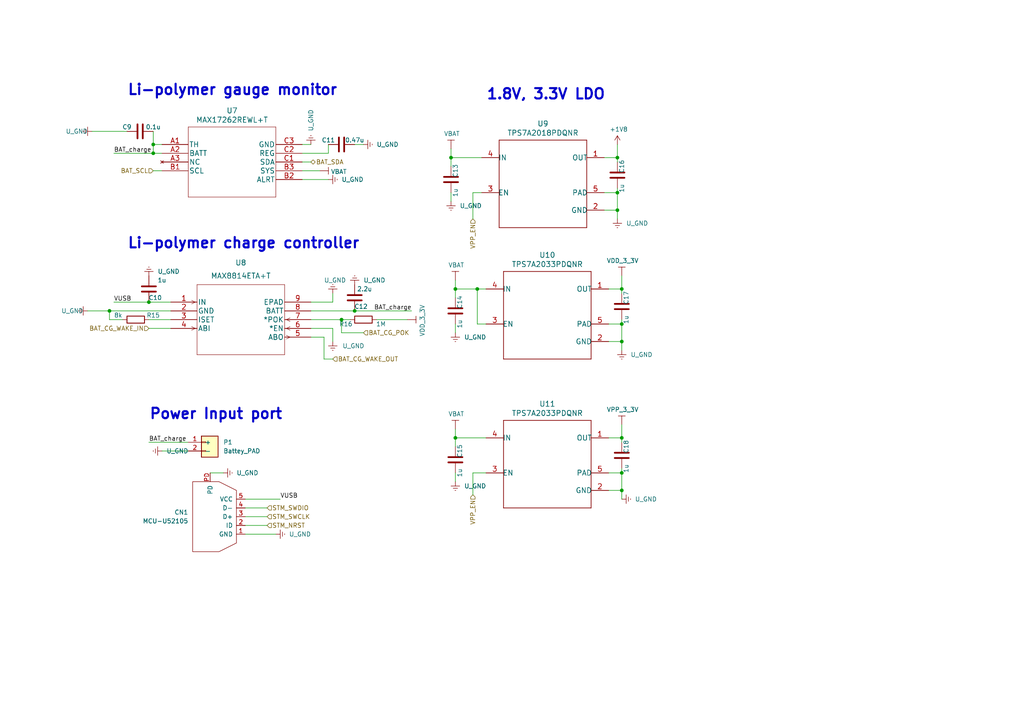
<source format=kicad_sch>
(kicad_sch (version 20211123) (generator eeschema)
  (paper "A4")
  (lib_symbols
    (symbol "Device:C" (pin_numbers hide) (pin_names (offset 0.254))
      (property "Reference" "C" (at 0.635 2.54 0))
      (property "Value" "C" (at 0.635 -2.54 0))
      (symbol "C_0_1"
        (polyline (pts (xy -2.032 -0.762) (xy 2.032 -0.762)) (stroke (width 0.508)))
        (polyline (pts (xy -2.032 0.762) (xy 2.032 0.762)) (stroke (width 0.508)))
      )
      (symbol "C_1_1"
        (pin passive line (at 0 3.81 270) (length 2.794) (name "~") (number "1"))
        (pin passive line (at 0 -3.81 90) (length 2.794) (name "~") (number "2"))
      )
    )
    (symbol "Device:R" (pin_numbers hide) (pin_names (offset 0))
      (property "Reference" "R" (at 2.032 0 90))
      (property "Value" "R" (at 0 0 90))
      (symbol "R_0_1"
        (rectangle (start -1.016 -2.54) (end 1.016 2.54) (stroke (width 0.254)))
      )
      (symbol "R_1_1"
        (pin passive line (at 0 3.81 270) (length 1.27) (name "~") (number "1"))
        (pin passive line (at 0 -3.81 90) (length 1.27) (name "~") (number "2"))
      )
    )
    (symbol "GND_1" (power) (pin_names (offset 0))
      (property "Value" "GND_1" (at 0 -3.81 0))
      (symbol "GND_1_0_1"
        (polyline (pts (xy -0.635 -1.905) (xy 0.635 -1.905)))
        (polyline (pts (xy -0.127 -2.54) (xy 0.127 -2.54)))
        (polyline (pts (xy 0 -1.27) (xy 0 0)))
        (polyline (pts (xy 1.27 -1.27) (xy -1.27 -1.27)))
      )
      (symbol "GND_1_1_1"
        (pin power_in line (at 0 0 270) (length 0) hide (name "U_GND") (number "1"))
      )
    )
    (symbol "User_library:Battey_PAD" (pin_names (offset 1.016))
      (property "Reference" "P" (at 1.016 3.048 0))
      (property "Value" "Battey_PAD" (at 0.508 -5.842 0))
      (symbol "Battey_PAD_1_1"
        (rectangle (start -1.27 -2.413) (end 0 -2.667) (stroke (width 0.1524)))
        (rectangle (start -1.27 0.127) (end 0 -0.127) (stroke (width 0.1524)))
        (rectangle (start -1.27 1.778) (end 3.556 -4.318) (stroke (width 0.254)) (fill (type background)))
        (pin power_in line (at -5.08 0 0) (length 3.81) (name "+") (number "1"))
        (pin power_out line (at -5.08 -2.54 0) (length 3.81) (name "-") (number "2"))
      )
    )
    (symbol "User_library:MAX8814ETA+T" (pin_names (offset 0.254))
      (property "Reference" "U" (at 20.32 10.16 0))
      (property "Value" "MAX8814ETA+T" (at 20.32 7.62 0))
      (symbol "MAX8814ETA+T_1_1"
        (polyline (pts (xy 7.112 -7.62) (xy 6.0452 -8.128)) (stroke (width 0.127)))
        (polyline (pts (xy 7.112 -7.62) (xy 6.0452 -7.112)) (stroke (width 0.127)))
        (polyline (pts (xy 7.112 0) (xy 6.0452 -0.508)) (stroke (width 0.127)))
        (polyline (pts (xy 7.112 0) (xy 6.0452 0.508)) (stroke (width 0.127)))
        (polyline (pts (xy 7.62 -15.24) (xy 33.02 -15.24)) (stroke (width 0.127)))
        (polyline (pts (xy 7.62 5.08) (xy 7.62 -15.24)) (stroke (width 0.127)))
        (polyline (pts (xy 33.02 -15.24) (xy 33.02 5.08)) (stroke (width 0.127)))
        (polyline (pts (xy 33.02 5.08) (xy 7.62 5.08)) (stroke (width 0.127)))
        (polyline (pts (xy 33.528 -10.668) (xy 34.5948 -10.16)) (stroke (width 0.127)))
        (polyline (pts (xy 33.528 -9.652) (xy 34.5948 -10.16)) (stroke (width 0.127)))
        (polyline (pts (xy 33.528 -7.62) (xy 34.5948 -8.128)) (stroke (width 0.127)))
        (polyline (pts (xy 33.528 -7.62) (xy 34.5948 -7.112)) (stroke (width 0.127)))
        (polyline (pts (xy 33.528 -5.08) (xy 34.5948 -5.588)) (stroke (width 0.127)))
        (polyline (pts (xy 33.528 -5.08) (xy 34.5948 -4.572)) (stroke (width 0.127)))
        (pin input line (at 0 0 0) (length 7.62) (name "IN") (number "1"))
        (pin power_in line (at 0 -2.54 0) (length 7.62) (name "GND") (number "2"))
        (pin unspecified line (at 0 -5.08 0) (length 7.62) (name "ISET") (number "3"))
        (pin input line (at 0 -7.62 0) (length 7.62) (name "ABI") (number "4"))
        (pin output line (at 40.64 -10.16 180) (length 7.62) (name "ABO") (number "5"))
        (pin input line (at 40.64 -7.62 180) (length 7.62) (name "*EN") (number "6"))
        (pin input line (at 40.64 -5.08 180) (length 7.62) (name "*POK") (number "7"))
        (pin power_in line (at 40.64 -2.54 180) (length 7.62) (name "BATT") (number "8"))
        (pin unspecified line (at 40.64 0 180) (length 7.62) (name "EPAD") (number "9"))
      )
    )
    (symbol "User_library:MCU-U52105" (pin_names (offset 1.016))
      (property "Reference" "CN" (at 10.16 16.51 0))
      (property "Value" "MCU-U52105" (at 10.16 13.97 0))
      (symbol "MCU-U52105_0_1"
        (polyline (pts (xy 2.54 0) (xy 0 5.08) (xy 0 12.7) (xy 20.32 12.7) (xy 20.32 5.08) (xy 17.78 0) (xy 2.54 0)))
      )
      (symbol "MCU-U52105_1_1"
        (pin power_out line (at 5.08 -2.54 90) (length 2.54) (name "GND") (number "1"))
        (pin bidirectional line (at 7.62 -2.54 90) (length 2.54) (name "ID") (number "2"))
        (pin bidirectional line (at 10.16 -2.54 90) (length 2.54) (name "D+") (number "3"))
        (pin bidirectional line (at 12.7 -2.54 90) (length 2.54) (name "D-") (number "4"))
        (pin power_in line (at 15.24 -2.54 90) (length 2.54) (name "VCC") (number "5"))
        (pin bidirectional line (at 22.86 7.62 180) (length 2.54) (name "PD") (number "PD"))
      )
    )
    (symbol "User_library:TPS7A2018PDQNR" (pin_names (offset -0.254))
      (property "Reference" "U" (at -11.43 13.97 0))
      (property "Value" "User_library_TPS7A2018PDQNR" (at 0 -13.97 0))
      (symbol "TPS7A2018PDQNR_1_1"
        (polyline (pts (xy -12.7 -12.7) (xy 12.7 -12.7)) (stroke (width 0.2032)))
        (polyline (pts (xy -12.7 12.7) (xy -12.7 -12.7)) (stroke (width 0.2032)))
        (polyline (pts (xy 12.7 -12.7) (xy 12.7 12.7)) (stroke (width 0.2032)))
        (polyline (pts (xy 12.7 12.7) (xy -12.7 12.7)) (stroke (width 0.2032)))
        (pin power_in line (at 17.78 7.62 180) (length 5.08) (name "OUT") (number "1"))
        (pin power_in line (at 17.78 -7.62 180) (length 5.08) (name "GND") (number "2"))
        (pin input line (at -17.78 -2.54 0) (length 5.08) (name "EN") (number "3"))
        (pin power_in line (at -17.78 7.62 0) (length 5.08) (name "IN") (number "4"))
        (pin unspecified line (at 17.78 -2.54 180) (length 5.08) (name "PAD") (number "5"))
      )
    )
    (symbol "User_library:TPS7A2033PDQNR" (pin_names (offset -0.254))
      (property "Reference" "U" (at -11.43 13.97 0))
      (property "Value" "User_library_TPS7A2033PDQNR" (at 0 -13.97 0))
      (symbol "TPS7A2033PDQNR_1_1"
        (polyline (pts (xy -12.7 -12.7) (xy 12.7 -12.7)) (stroke (width 0.2032)))
        (polyline (pts (xy -12.7 12.7) (xy -12.7 -12.7)) (stroke (width 0.2032)))
        (polyline (pts (xy 12.7 -12.7) (xy 12.7 12.7)) (stroke (width 0.2032)))
        (polyline (pts (xy 12.7 12.7) (xy -12.7 12.7)) (stroke (width 0.2032)))
        (pin power_in line (at 17.78 7.62 180) (length 5.08) (name "OUT") (number "1"))
        (pin power_in line (at 17.78 -7.62 180) (length 5.08) (name "GND") (number "2"))
        (pin input line (at -17.78 -2.54 0) (length 5.08) (name "EN") (number "3"))
        (pin power_in line (at -17.78 7.62 0) (length 5.08) (name "IN") (number "4"))
        (pin unspecified line (at 17.78 -2.54 180) (length 5.08) (name "PAD") (number "5"))
      )
    )
    (symbol "User_power:VBAT" (power) (pin_names (offset 0))
      (property "Value" "User_power_VBAT" (at 0 3.81 0))
      (symbol "VBAT_0_1"
        (polyline (pts (xy -1.016 2.54) (xy 0 2.54)))
        (polyline (pts (xy 0 0) (xy 0 2.54)))
        (polyline (pts (xy 0 2.54) (xy 1.016 2.54)))
      )
      (symbol "VBAT_1_1"
        (pin power_in line (at 0 0 90) (length 0) hide (name "VBAT") (number "1"))
      )
    )
    (symbol "User_power:VDD_3.3V" (power) (pin_names (offset 0))
      (property "Value" "VDD_3.3V" (at 0 3.81 0))
      (symbol "VDD_3.3V_0_1"
        (polyline (pts (xy -1.016 2.54) (xy 0 2.54)))
        (polyline (pts (xy 0 0) (xy 0 2.54)))
        (polyline (pts (xy 0 2.54) (xy 1.016 2.54)))
      )
      (symbol "VDD_3.3V_1_1"
        (pin power_in line (at 0 0 90) (length 0) hide (name "VDD_3_3V") (number "1"))
      )
    )
    (symbol "User_power:VPP_3.3V" (power) (pin_names (offset 0))
      (property "Value" "User_power_VPP_3.3V" (at 0 3.81 0))
      (symbol "VPP_3.3V_0_1"
        (polyline (pts (xy -1.016 2.54) (xy 0 2.54)))
        (polyline (pts (xy 0 0) (xy 0 2.54)))
        (polyline (pts (xy 0 2.54) (xy 1.016 2.54)))
      )
      (symbol "VPP_3.3V_1_1"
        (pin power_in line (at 0 0 90) (length 0) hide (name "VPP_3_3V") (number "1"))
      )
    )
    (symbol "mcu_V1-rescue:MAX17262REWL+T-User_library" (pin_names (offset 0.254))
      (property "Reference" "U" (at 17.78 6.35 0))
      (property "Value" "MAX17262REWL+T-User_library" (at 20.32 -16.51 0))
      (symbol "MAX17262REWL+T-User_library_1_1"
        (polyline (pts (xy 7.62 -15.24) (xy 33.02 -15.24)) (stroke (width 0.127)))
        (polyline (pts (xy 7.62 5.08) (xy 7.62 -15.24)) (stroke (width 0.127)))
        (polyline (pts (xy 33.02 -15.24) (xy 33.02 5.08)) (stroke (width 0.127)))
        (polyline (pts (xy 33.02 5.08) (xy 7.62 5.08)) (stroke (width 0.127)))
        (pin input line (at 0 0 0) (length 7.62) (name "TH") (number "A1"))
        (pin unspecified line (at 0 -2.54 0) (length 7.62) (name "BATT") (number "A2"))
        (pin no_connect line (at 0 -5.08 0) (length 7.62) (name "NC") (number "A3"))
        (pin input line (at 0 -7.62 0) (length 7.62) (name "SCL") (number "B1"))
        (pin output line (at 40.64 -10.16 180) (length 7.62) (name "ALRT") (number "B2"))
        (pin unspecified line (at 40.64 -7.62 180) (length 7.62) (name "SYS") (number "B3"))
        (pin bidirectional line (at 40.64 -5.08 180) (length 7.62) (name "SDA") (number "C1"))
        (pin output line (at 40.64 -2.54 180) (length 7.62) (name "REG") (number "C2"))
        (pin power_in line (at 40.64 0 180) (length 7.62) (name "GND") (number "C3"))
      )
    )
    (symbol "power:+1V8" (power) (pin_names (offset 0))
      (property "Value" "+1V8" (at 0 3.556 0))
      (symbol "+1V8_0_1"
        (polyline (pts (xy -0.762 1.27) (xy 0 2.54)))
        (polyline (pts (xy 0 0) (xy 0 2.54)))
        (polyline (pts (xy 0 2.54) (xy 0.762 1.27)))
      )
      (symbol "+1V8_1_1"
        (pin power_in line (at 0 0 90) (length 0) hide (name "+1V8") (number "1"))
      )
    )
  )
  (junction (at 179.07 60.96))
  (junction (at 44.45 44.45))
  (junction (at 179.07 55.88))
  (junction (at 180.34 99.06))
  (junction (at 180.34 127))
  (junction (at 99.06 92.71))
  (junction (at 132.08 127))
  (junction (at 180.34 137.16))
  (junction (at 180.34 93.98))
  (junction (at 31.75 90.17))
  (junction (at 180.34 83.82))
  (junction (at 102.87 90.17))
  (junction (at 132.08 83.82))
  (junction (at 130.81 45.72))
  (junction (at 43.18 87.63))
  (junction (at 44.45 41.91))
  (junction (at 138.43 83.82))
  (junction (at 180.34 142.24))
  (junction (at 179.07 45.72))
  (wire (pts (xy 95.25 44.45) (xy 95.25 41.91)))
  (wire (pts (xy 137.16 137.16) (xy 137.16 143.51)))
  (wire (pts (xy 26.67 38.1) (xy 36.83 38.1)))
  (wire (pts (xy 180.34 85.09) (xy 180.34 83.82)))
  (wire (pts (xy 176.53 137.16) (xy 180.34 137.16)))
  (wire (pts (xy 132.08 86.36) (xy 132.08 83.82)))
  (wire (pts (xy 109.22 92.71) (xy 118.11 92.71)))
  (wire (pts (xy 180.34 127) (xy 180.34 123.19)))
  (wire (pts (xy 31.75 90.17) (xy 31.75 92.71)))
  (wire (pts (xy 46.99 41.91) (xy 44.45 41.91)))
  (wire (pts (xy 176.53 93.98) (xy 180.34 93.98)))
  (wire (pts (xy 132.08 83.82) (xy 132.08 81.28)))
  (wire (pts (xy 179.07 45.72) (xy 179.07 41.91)))
  (wire (pts (xy 140.97 137.16) (xy 137.16 137.16)))
  (wire (pts (xy 71.12 144.78) (xy 81.28 144.78)))
  (wire (pts (xy 180.34 83.82) (xy 176.53 83.82)))
  (wire (pts (xy 180.34 93.98) (xy 180.34 92.71)))
  (wire (pts (xy 93.98 97.79) (xy 93.98 104.14)))
  (wire (pts (xy 102.87 90.17) (xy 119.38 90.17)))
  (wire (pts (xy 99.06 92.71) (xy 99.06 96.52)))
  (wire (pts (xy 87.63 46.99) (xy 90.17 46.99)))
  (wire (pts (xy 180.34 142.24) (xy 180.34 137.16)))
  (wire (pts (xy 35.56 92.71) (xy 31.75 92.71)))
  (wire (pts (xy 180.34 99.06) (xy 180.34 93.98)))
  (wire (pts (xy 71.12 154.94) (xy 80.01 154.94)))
  (wire (pts (xy 175.26 55.88) (xy 179.07 55.88)))
  (wire (pts (xy 102.87 41.91) (xy 105.41 41.91)))
  (wire (pts (xy 44.45 44.45) (xy 46.99 44.45)))
  (wire (pts (xy 180.34 137.16) (xy 180.34 135.89)))
  (wire (pts (xy 90.17 41.91) (xy 87.63 41.91)))
  (wire (pts (xy 96.52 95.25) (xy 96.52 99.06)))
  (wire (pts (xy 138.43 83.82) (xy 138.43 93.98)))
  (wire (pts (xy 179.07 46.99) (xy 179.07 45.72)))
  (wire (pts (xy 96.52 87.63) (xy 96.52 85.09)))
  (wire (pts (xy 175.26 60.96) (xy 179.07 60.96)))
  (wire (pts (xy 130.81 45.72) (xy 130.81 43.18)))
  (wire (pts (xy 90.17 95.25) (xy 96.52 95.25)))
  (wire (pts (xy 180.34 83.82) (xy 180.34 80.01)))
  (wire (pts (xy 90.17 92.71) (xy 99.06 92.71)))
  (wire (pts (xy 179.07 60.96) (xy 179.07 55.88)))
  (wire (pts (xy 132.08 93.98) (xy 132.08 96.52)))
  (wire (pts (xy 138.43 83.82) (xy 140.97 83.82)))
  (wire (pts (xy 132.08 127) (xy 140.97 127)))
  (wire (pts (xy 132.08 83.82) (xy 138.43 83.82)))
  (wire (pts (xy 180.34 127) (xy 176.53 127)))
  (wire (pts (xy 43.18 128.27) (xy 54.61 128.27)))
  (wire (pts (xy 44.45 41.91) (xy 44.45 38.1)))
  (wire (pts (xy 180.34 128.27) (xy 180.34 127)))
  (wire (pts (xy 33.02 87.63) (xy 43.18 87.63)))
  (wire (pts (xy 137.16 55.88) (xy 139.7 55.88)))
  (wire (pts (xy 93.98 104.14) (xy 96.52 104.14)))
  (wire (pts (xy 132.08 129.54) (xy 132.08 127)))
  (wire (pts (xy 130.81 45.72) (xy 139.7 45.72)))
  (wire (pts (xy 90.17 97.79) (xy 93.98 97.79)))
  (wire (pts (xy 71.12 147.32) (xy 77.47 147.32)))
  (wire (pts (xy 44.45 49.53) (xy 46.99 49.53)))
  (wire (pts (xy 33.02 44.45) (xy 44.45 44.45)))
  (wire (pts (xy 60.96 137.16) (xy 64.77 137.16)))
  (wire (pts (xy 92.71 49.53) (xy 87.63 49.53)))
  (wire (pts (xy 99.06 92.71) (xy 101.6 92.71)))
  (wire (pts (xy 31.75 90.17) (xy 49.53 90.17)))
  (wire (pts (xy 176.53 99.06) (xy 180.34 99.06)))
  (wire (pts (xy 130.81 55.88) (xy 130.81 58.42)))
  (wire (pts (xy 132.08 137.16) (xy 132.08 139.7)))
  (wire (pts (xy 137.16 55.88) (xy 137.16 63.5)))
  (wire (pts (xy 43.18 92.71) (xy 49.53 92.71)))
  (wire (pts (xy 132.08 127) (xy 132.08 124.46)))
  (wire (pts (xy 71.12 149.86) (xy 77.47 149.86)))
  (wire (pts (xy 180.34 144.78) (xy 180.34 142.24)))
  (wire (pts (xy 130.81 48.26) (xy 130.81 45.72)))
  (wire (pts (xy 90.17 90.17) (xy 102.87 90.17)))
  (wire (pts (xy 87.63 52.07) (xy 95.25 52.07)))
  (wire (pts (xy 140.97 93.98) (xy 138.43 93.98)))
  (wire (pts (xy 179.07 45.72) (xy 175.26 45.72)))
  (wire (pts (xy 43.18 87.63) (xy 49.53 87.63)))
  (wire (pts (xy 180.34 101.6) (xy 180.34 99.06)))
  (wire (pts (xy 179.07 63.5) (xy 179.07 60.96)))
  (wire (pts (xy 87.63 44.45) (xy 95.25 44.45)))
  (wire (pts (xy 25.4 90.17) (xy 31.75 90.17)))
  (wire (pts (xy 71.12 152.4) (xy 77.47 152.4)))
  (wire (pts (xy 46.99 130.81) (xy 54.61 130.81)))
  (wire (pts (xy 105.41 96.52) (xy 99.06 96.52)))
  (wire (pts (xy 43.18 95.25) (xy 49.53 95.25)))
  (wire (pts (xy 44.45 41.91) (xy 44.45 44.45)))
  (wire (pts (xy 179.07 55.88) (xy 179.07 54.61)))
  (wire (pts (xy 176.53 142.24) (xy 180.34 142.24)))
  (wire (pts (xy 90.17 87.63) (xy 96.52 87.63)))
  (text "Power Input port" (at 43.18 121.92 0) (effects (font (size 3 3) (thickness 0.6) bold) (justify left bottom)))
  (text "Li-polymer gauge monitor" (at 36.83 27.94 0) (effects (font (size 3 3) (thickness 0.6) bold) (justify left bottom)))
  (text "1.8V, 3.3V LDO" (at 140.97 29.21 0) (effects (font (size 3 3) (thickness 0.6) bold) (justify left bottom)))
  (text "Li-polymer charge controller" (at 36.83 72.39 0) (effects (font (size 3 3) (thickness 0.6) bold) (justify left bottom)))
  (label "BAT_charge" (at 119.38 90.17 180))
  (label "VUSB" (at 33.02 87.63 0))
  (label "BAT_charge" (at 33.02 44.45 0))
  (label "BAT_charge" (at 43.18 128.27 0))
  (label "VUSB" (at 81.28 144.78 0))
  (hierarchical_label "VPP_EN" (shape input) (at 137.16 143.51 270))
  (hierarchical_label "STM_SWDIO" (shape input) (at 77.47 147.32 0))
  (hierarchical_label "STM_SWCLK" (shape input) (at 77.47 149.86 0))
  (hierarchical_label "STM_NRST" (shape input) (at 77.47 152.4 0))
  (hierarchical_label "BAT_CG_WAKE_IN" (shape input) (at 43.18 95.25 180))
  (hierarchical_label "VPP_EN" (shape input) (at 137.16 63.5 270))
  (hierarchical_label "BAT_CG_WAKE_OUT" (shape input) (at 96.52 104.14 0))
  (hierarchical_label "BAT_SCL" (shape input) (at 44.45 49.53 180))
  (hierarchical_label "BAT_CG_POK" (shape input) (at 105.41 96.52 0))
  (hierarchical_label "BAT_SDA" (shape bidirectional) (at 90.17 46.99 0))
  (symbol (lib_id "User_library:TPS7A2033PDQNR") (at 158.75 91.44 0) (unit 1)
    (property "Reference" "U10" (at 158.75 73.9648 0) (effects (font (size 1.524 1.524))))
    (property "Value" "TPS7A2033PDQNR" (at 158.75 76.6572 0) (effects (font (size 1.524 1.524))))
    (property "Footprint" "User_library:X2SON-4PIN" (effects hide))
  )
  (symbol (lib_name "GND_1") (lib_id "User_power:GND") (at 102.87 82.55 180) (unit 1)
    (property "Reference" "#PWR0109" (effects hide))
    (property "Value" "GND" (at 105.41 81.2799 0) (effects (justify right)))
  )
  (symbol (lib_id "Device:R") (at 39.37 92.71 90) (unit 1)
    (property "Reference" "R15" (at 44.45 91.44 90))
    (property "Value" "8k" (at 34.29 91.44 90))
    (property "Footprint" "Resistor_SMD:R_0402_1005Metric" (effects hide))
  )
  (symbol (lib_id "power:+1V8") (at 179.07 41.91 0) (unit 1)
    (property "Reference" "#PWR051" (effects hide))
    (property "Value" "+1V8" (at 179.451 37.5158 0))
  )
  (symbol (lib_name "GND_1") (lib_id "User_power:GND") (at 26.67 38.1 270) (unit 1)
    (property "Reference" "#PWR0121" (effects hide))
    (property "Value" "GND" (at 19.05 38.1 90) (effects (justify left)))
  )
  (symbol (lib_name "GND_1") (lib_id "User_power:GND") (at 132.08 96.52 0) (unit 1)
    (property "Reference" "#PWR0112" (effects hide))
    (property "Value" "GND" (at 134.62 97.7899 0) (effects (justify left)))
  )
  (symbol (lib_name "GND_1") (lib_id "User_power:GND") (at 96.52 99.06 0) (unit 1)
    (property "Reference" "#PWR0117" (effects hide))
    (property "Value" "GND" (at 99.3092 100.3299 0) (effects (justify left)))
  )
  (symbol (lib_id "User_power:VDD_3.3V") (at 180.34 80.01 0) (unit 1)
    (property "Reference" "#PWR053" (effects hide))
    (property "Value" "VDD_3.3V" (at 180.594 75.6158 0))
  )
  (symbol (lib_id "User_power:VBAT") (at 132.08 81.28 0) (unit 1)
    (property "Reference" "#PWR047" (effects hide))
    (property "Value" "VBAT" (at 132.334 76.8858 0))
  )
  (symbol (lib_id "Device:C") (at 132.08 133.35 180) (unit 1)
    (property "Reference" "C15" (at 133.35 130.81 90))
    (property "Value" "1u" (at 133.35 137.16 90))
    (property "Footprint" "User_library:UL_C_0402_1005Metric" (effects hide))
  )
  (symbol (lib_id "User_power:VBAT") (at 130.81 43.18 0) (unit 1)
    (property "Reference" "#PWR045" (effects hide))
    (property "Value" "VBAT" (at 131.064 38.7858 0))
  )
  (symbol (lib_id "User_library:TPS7A2033PDQNR") (at 158.75 134.62 0) (unit 1)
    (property "Reference" "U11" (at 158.75 117.1448 0) (effects (font (size 1.524 1.524))))
    (property "Value" "TPS7A2033PDQNR" (at 158.75 119.8372 0) (effects (font (size 1.524 1.524))))
    (property "Footprint" "User_library:X2SON-4PIN" (effects hide))
  )
  (symbol (lib_id "User_library:Battey_PAD") (at 59.69 128.27 0) (unit 1)
    (property "Reference" "P1" (at 64.77 128.2699 0) (effects (justify left)))
    (property "Value" "Battey_PAD" (at 64.77 130.8099 0) (effects (justify left)))
    (property "Footprint" "User_library:Battey_PAD" (effects hide))
  )
  (symbol (lib_name "GND_1") (lib_id "User_power:GND") (at 105.41 41.91 90) (unit 1)
    (property "Reference" "#PWR0105" (effects hide))
    (property "Value" "GND" (at 109.22 41.9099 90) (effects (justify right)))
  )
  (symbol (lib_name "GND_1") (lib_id "User_power:GND") (at 46.99 130.81 270) (unit 1)
    (property "Reference" "#PWR0107" (effects hide))
    (property "Value" "GND" (at 48.26 130.8099 90) (effects (justify left)))
  )
  (symbol (lib_id "Device:C") (at 102.87 86.36 180) (unit 1)
    (property "Reference" "C12" (at 106.68 88.9 0) (effects (justify left)))
    (property "Value" "2.2u" (at 107.95 83.82 0) (effects (justify left)))
    (property "Footprint" "User_library:UL_C_0402_1005Metric" (effects hide))
  )
  (symbol (lib_id "User_power:VBAT") (at 92.71 49.53 270) (unit 1)
    (property "Reference" "#PWR035" (effects hide))
    (property "Value" "VBAT" (at 95.9612 49.784 90) (effects (justify left)))
  )
  (symbol (lib_name "GND_1") (lib_id "User_power:GND") (at 80.01 154.94 90) (unit 1)
    (property "Reference" "#PWR0102" (effects hide))
    (property "Value" "GND" (at 83.82 154.9399 90) (effects (justify right)))
  )
  (symbol (lib_name "GND_1") (lib_id "User_power:GND") (at 130.81 58.42 0) (unit 1)
    (property "Reference" "#PWR0108" (effects hide))
    (property "Value" "GND" (at 133.35 59.6899 0) (effects (justify left)))
  )
  (symbol (lib_name "GND_1") (lib_id "User_power:GND") (at 179.07 63.5 0) (unit 1)
    (property "Reference" "#PWR0118" (effects hide))
    (property "Value" "GND" (at 181.61 64.7699 0) (effects (justify left)))
  )
  (symbol (lib_id "Device:C") (at 130.81 52.07 180) (unit 1)
    (property "Reference" "C13" (at 132.08 49.53 90))
    (property "Value" "1u" (at 132.08 55.88 90))
    (property "Footprint" "User_library:UL_C_0402_1005Metric" (effects hide))
  )
  (symbol (lib_id "Device:C") (at 132.08 90.17 180) (unit 1)
    (property "Reference" "C14" (at 133.35 87.63 90))
    (property "Value" "1u" (at 133.35 93.98 90))
    (property "Footprint" "User_library:UL_C_0402_1005Metric" (effects hide))
  )
  (symbol (lib_id "User_power:VDD_3.3V") (at 118.11 92.71 270) (unit 1)
    (property "Reference" "#PWR041" (effects hide))
    (property "Value" "VDD_3.3V" (at 122.5042 92.964 0))
  )
  (symbol (lib_id "Device:C") (at 180.34 132.08 180) (unit 1)
    (property "Reference" "C18" (at 181.61 129.54 90))
    (property "Value" "1u" (at 181.61 135.89 90))
    (property "Footprint" "User_library:UL_C_0402_1005Metric" (effects hide))
  )
  (symbol (lib_name "GND_1") (lib_id "User_power:GND") (at 64.77 137.16 90) (unit 1)
    (property "Reference" "#PWR0106" (effects hide))
    (property "Value" "GND" (at 68.58 137.1599 90) (effects (justify right)))
  )
  (symbol (lib_id "User_library:TPS7A2018PDQNR") (at 157.48 53.34 0) (unit 1)
    (property "Reference" "U9" (at 157.48 35.8648 0) (effects (font (size 1.524 1.524))))
    (property "Value" "TPS7A2018PDQNR" (at 157.48 38.5572 0) (effects (font (size 1.524 1.524))))
    (property "Footprint" "User_library:X2SON-4PIN" (effects hide))
  )
  (symbol (lib_name "GND_1") (lib_id "User_power:GND") (at 43.18 80.01 180) (unit 1)
    (property "Reference" "#PWR0113" (effects hide))
    (property "Value" "GND" (at 45.72 78.7399 0) (effects (justify right)))
  )
  (symbol (lib_id "User_library:MCU-U52105") (at 68.58 160.02 90) (unit 1)
    (property "Reference" "CN1" (at 54.61 148.5899 90) (effects (justify left)))
    (property "Value" "MCU-U52105" (at 54.61 151.1299 90) (effects (justify left)))
    (property "Footprint" "User_library:MCU-U52105" (effects hide))
  )
  (symbol (lib_id "User_power:VBAT") (at 132.08 124.46 0) (unit 1)
    (property "Reference" "#PWR049" (effects hide))
    (property "Value" "VBAT" (at 132.334 120.0658 0))
  )
  (symbol (lib_id "User_power:VPP_3.3V") (at 180.34 123.19 0) (unit 1)
    (property "Reference" "#PWR055" (effects hide))
    (property "Value" "VPP_3.3V" (at 180.594 118.7958 0))
  )
  (symbol (lib_id "Device:R") (at 105.41 92.71 270) (unit 1)
    (property "Reference" "R16" (at 100.33 93.98 90))
    (property "Value" "1M" (at 110.49 93.98 90))
    (property "Footprint" "Resistor_SMD:R_0402_1005Metric" (effects hide))
  )
  (symbol (lib_name "GND_1") (lib_id "User_power:GND") (at 180.34 101.6 0) (unit 1)
    (property "Reference" "#PWR0119" (effects hide))
    (property "Value" "GND" (at 182.88 102.8699 0) (effects (justify left)))
  )
  (symbol (lib_name "GND_1") (lib_id "User_power:GND") (at 25.4 90.17 270) (unit 1)
    (property "Reference" "#PWR0120" (effects hide))
    (property "Value" "GND" (at 17.78 90.17 90) (effects (justify left)))
  )
  (symbol (lib_id "User_library:MAX8814ETA+T") (at 49.53 87.63 0) (unit 1)
    (property "Reference" "U8" (at 69.85 76.2 0) (effects (font (size 1.524 1.524))))
    (property "Value" "MAX8814ETA+T" (at 69.85 80.01 0) (effects (font (size 1.524 1.524))))
    (property "Footprint" "User_library:MAX8814ETA&plus_T" (effects hide))
  )
  (symbol (lib_id "Device:C") (at 99.06 41.91 270) (unit 1)
    (property "Reference" "C11" (at 95.25 40.64 90))
    (property "Value" "0.47u" (at 102.87 40.64 90))
    (property "Footprint" "User_library:UL_C_0402_1005Metric" (effects hide))
  )
  (symbol (lib_name "GND_1") (lib_id "User_power:GND") (at 90.17 41.91 180) (unit 1)
    (property "Reference" "#PWR0116" (effects hide))
    (property "Value" "GND" (at 90.17 38.1 90) (effects (justify right)))
  )
  (symbol (lib_id "Device:C") (at 179.07 50.8 180) (unit 1)
    (property "Reference" "C16" (at 180.34 48.26 90))
    (property "Value" "1u" (at 180.34 54.61 90))
    (property "Footprint" "User_library:UL_C_0402_1005Metric" (effects hide))
  )
  (symbol (lib_id "Device:C") (at 40.64 38.1 90) (unit 1)
    (property "Reference" "C9" (at 36.83 36.83 90))
    (property "Value" "0.1u" (at 44.45 36.83 90))
    (property "Footprint" "User_library:UL_C_0402_1005Metric" (effects hide))
  )
  (symbol (lib_name "GND_1") (lib_id "User_power:GND") (at 180.34 144.78 90) (unit 1)
    (property "Reference" "#PWR0111" (effects hide))
    (property "Value" "GND" (at 184.15 144.7799 90) (effects (justify right)))
  )
  (symbol (lib_id "Device:C") (at 180.34 88.9 180) (unit 1)
    (property "Reference" "C17" (at 181.61 86.36 90))
    (property "Value" "1u" (at 181.61 92.71 90))
    (property "Footprint" "User_library:UL_C_0402_1005Metric" (effects hide))
  )
  (symbol (lib_name "GND_1") (lib_id "User_power:GND") (at 96.52 85.09 180) (unit 1)
    (property "Reference" "#PWR0114" (effects hide))
    (property "Value" "GND" (at 93.98 81.28 0) (effects (justify right)))
  )
  (symbol (lib_name "GND_1") (lib_id "User_power:GND") (at 95.25 52.07 90) (unit 1)
    (property "Reference" "#PWR0115" (effects hide))
    (property "Value" "GND" (at 99.06 52.0699 90) (effects (justify right)))
  )
  (symbol (lib_id "Device:C") (at 43.18 83.82 180) (unit 1)
    (property "Reference" "C10" (at 46.99 86.36 0) (effects (justify left)))
    (property "Value" "1u" (at 48.26 81.28 0) (effects (justify left)))
    (property "Footprint" "User_library:UL_C_0402_1005Metric" (effects hide))
  )
  (symbol (lib_id "mcu_V1-rescue:MAX17262REWL+T-User_library") (at 46.99 41.91 0) (unit 1)
    (property "Reference" "U7" (at 67.31 32.0802 0) (effects (font (size 1.524 1.524))))
    (property "Value" "MAX17262REWL+T" (at 67.31 34.7726 0) (effects (font (size 1.524 1.524))))
    (property "Footprint" "User_library:MAX17262REWL&plus_T" (effects hide))
  )
  (symbol (lib_name "GND_1") (lib_id "User_power:GND") (at 132.08 139.7 0) (unit 1)
    (property "Reference" "#PWR0110" (effects hide))
    (property "Value" "GND" (at 134.62 140.9699 0) (effects (justify left)))
  )
)
</source>
